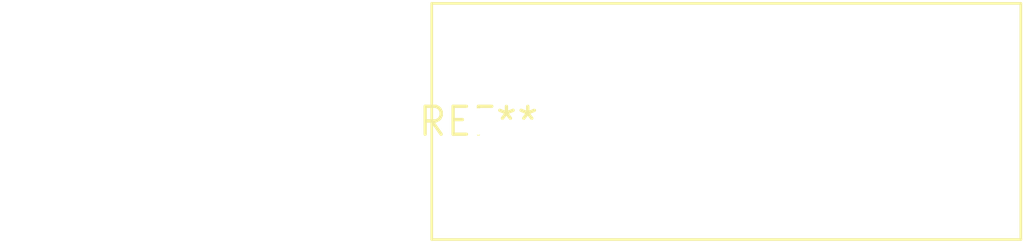
<source format=kicad_pcb>
(kicad_pcb (version 20240108) (generator pcbnew)
  (layers (0 "F.Cu" signal) (31 "B.Cu" signal) (34 "B.Paste" user) (35 "F.Paste" user) (36 "B.SilkS" user "B.Silkscreen") (37 "F.SilkS" user "F.Silkscreen") (38 "B.Mask" user) (39 "F.Mask" user) (44 "Edge.Cuts" user))
  (net 0 "")
  (footprint "C_Rect_L26.5mm_W10.5mm_P22.50mm_MKS4" (layer "F.Cu") (at 0 0)
    (property "Reference" "REF**")
    (property "Value" "C_Rect_L26.5mm_W10.5mm_P22.50mm_MKS4")
    (fp_line (start -2.12 -5.37) (end -2.12 5.37) (layer "F.SilkS") (stroke (width 0.12)))
    (fp_line (start -2.12 -5.37) (end 24.62 -5.37) (layer "F.SilkS") (stroke (width 0.12)))
    (fp_line (start -2.12 5.37) (end 24.62 5.37) (layer "F.SilkS") (stroke (width 0.12)))
    (fp_line (start 24.62 -5.37) (end 24.62 5.37) (layer "F.SilkS") (stroke (width 0.12)))
    (pad "1" thru_hole circle (at 0 0) (size 2.4 2.4) (drill 1.2) (layers *.Cu *.Mask) (remove_unused_layers))
    (pad "2" thru_hole circle (at 22.5 0) (size 2.4 2.4) (drill 1.2) (layers *.Cu *.Mask) (remove_unused_layers))
  )
)
</source>
